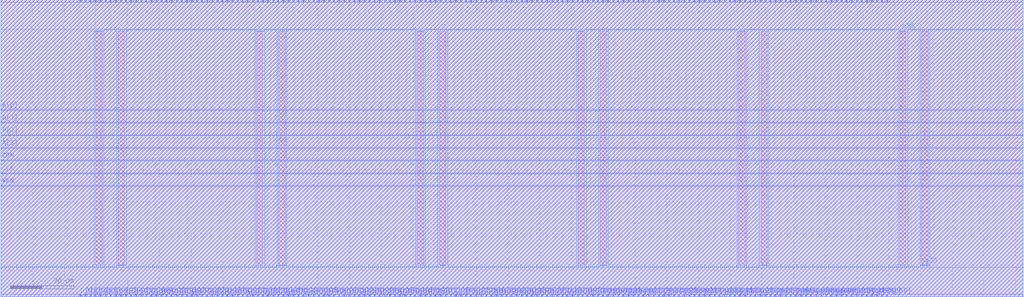
<source format=lef>
##
## LEF for PtnCells ;
## created by Innovus v15.23-s045_1 on Thu Mar 20 16:47:16 2025
##

VERSION 5.8 ;

BUSBITCHARS "[]" ;
DIVIDERCHAR "/" ;

MACRO sram_w16_160
  CLASS BLOCK ;
  SIZE 322.4000 BY 93.8000 ;
  FOREIGN sram_w16_160 0.0000 0.0000 ;
  ORIGIN 0 0 ;
  SYMMETRY X Y R90 ;
  PIN CLK
    DIRECTION INPUT ;
    USE SIGNAL ;
    PORT
      LAYER M3 ;
        RECT 0.0000 38.9500 0.6000 39.0500 ;
    END
  END CLK
  PIN D[159]
    DIRECTION INPUT ;
    USE SIGNAL ;
    PORT
      LAYER M3 ;
        RECT 279.4500 0.0000 279.5500 0.6000 ;
    END
  END D[159]
  PIN D[158]
    DIRECTION INPUT ;
    USE SIGNAL ;
    PORT
      LAYER M3 ;
        RECT 277.8500 0.0000 277.9500 0.6000 ;
    END
  END D[158]
  PIN D[157]
    DIRECTION INPUT ;
    USE SIGNAL ;
    PORT
      LAYER M3 ;
        RECT 276.2500 0.0000 276.3500 0.6000 ;
    END
  END D[157]
  PIN D[156]
    DIRECTION INPUT ;
    USE SIGNAL ;
    PORT
      LAYER M3 ;
        RECT 274.6500 0.0000 274.7500 0.6000 ;
    END
  END D[156]
  PIN D[155]
    DIRECTION INPUT ;
    USE SIGNAL ;
    PORT
      LAYER M3 ;
        RECT 273.0500 0.0000 273.1500 0.6000 ;
    END
  END D[155]
  PIN D[154]
    DIRECTION INPUT ;
    USE SIGNAL ;
    PORT
      LAYER M3 ;
        RECT 271.4500 0.0000 271.5500 0.6000 ;
    END
  END D[154]
  PIN D[153]
    DIRECTION INPUT ;
    USE SIGNAL ;
    PORT
      LAYER M3 ;
        RECT 269.8500 0.0000 269.9500 0.6000 ;
    END
  END D[153]
  PIN D[152]
    DIRECTION INPUT ;
    USE SIGNAL ;
    PORT
      LAYER M3 ;
        RECT 268.2500 0.0000 268.3500 0.6000 ;
    END
  END D[152]
  PIN D[151]
    DIRECTION INPUT ;
    USE SIGNAL ;
    PORT
      LAYER M3 ;
        RECT 266.6500 0.0000 266.7500 0.6000 ;
    END
  END D[151]
  PIN D[150]
    DIRECTION INPUT ;
    USE SIGNAL ;
    PORT
      LAYER M3 ;
        RECT 265.0500 0.0000 265.1500 0.6000 ;
    END
  END D[150]
  PIN D[149]
    DIRECTION INPUT ;
    USE SIGNAL ;
    PORT
      LAYER M3 ;
        RECT 263.4500 0.0000 263.5500 0.6000 ;
    END
  END D[149]
  PIN D[148]
    DIRECTION INPUT ;
    USE SIGNAL ;
    PORT
      LAYER M3 ;
        RECT 261.8500 0.0000 261.9500 0.6000 ;
    END
  END D[148]
  PIN D[147]
    DIRECTION INPUT ;
    USE SIGNAL ;
    PORT
      LAYER M3 ;
        RECT 260.2500 0.0000 260.3500 0.6000 ;
    END
  END D[147]
  PIN D[146]
    DIRECTION INPUT ;
    USE SIGNAL ;
    PORT
      LAYER M3 ;
        RECT 258.6500 0.0000 258.7500 0.6000 ;
    END
  END D[146]
  PIN D[145]
    DIRECTION INPUT ;
    USE SIGNAL ;
    PORT
      LAYER M3 ;
        RECT 257.0500 0.0000 257.1500 0.6000 ;
    END
  END D[145]
  PIN D[144]
    DIRECTION INPUT ;
    USE SIGNAL ;
    PORT
      LAYER M3 ;
        RECT 255.4500 0.0000 255.5500 0.6000 ;
    END
  END D[144]
  PIN D[143]
    DIRECTION INPUT ;
    USE SIGNAL ;
    PORT
      LAYER M3 ;
        RECT 253.8500 0.0000 253.9500 0.6000 ;
    END
  END D[143]
  PIN D[142]
    DIRECTION INPUT ;
    USE SIGNAL ;
    PORT
      LAYER M3 ;
        RECT 252.2500 0.0000 252.3500 0.6000 ;
    END
  END D[142]
  PIN D[141]
    DIRECTION INPUT ;
    USE SIGNAL ;
    PORT
      LAYER M3 ;
        RECT 250.6500 0.0000 250.7500 0.6000 ;
    END
  END D[141]
  PIN D[140]
    DIRECTION INPUT ;
    USE SIGNAL ;
    PORT
      LAYER M3 ;
        RECT 249.0500 0.0000 249.1500 0.6000 ;
    END
  END D[140]
  PIN D[139]
    DIRECTION INPUT ;
    USE SIGNAL ;
    PORT
      LAYER M3 ;
        RECT 247.4500 0.0000 247.5500 0.6000 ;
    END
  END D[139]
  PIN D[138]
    DIRECTION INPUT ;
    USE SIGNAL ;
    PORT
      LAYER M3 ;
        RECT 245.8500 0.0000 245.9500 0.6000 ;
    END
  END D[138]
  PIN D[137]
    DIRECTION INPUT ;
    USE SIGNAL ;
    PORT
      LAYER M3 ;
        RECT 244.2500 0.0000 244.3500 0.6000 ;
    END
  END D[137]
  PIN D[136]
    DIRECTION INPUT ;
    USE SIGNAL ;
    PORT
      LAYER M3 ;
        RECT 242.6500 0.0000 242.7500 0.6000 ;
    END
  END D[136]
  PIN D[135]
    DIRECTION INPUT ;
    USE SIGNAL ;
    PORT
      LAYER M3 ;
        RECT 241.0500 0.0000 241.1500 0.6000 ;
    END
  END D[135]
  PIN D[134]
    DIRECTION INPUT ;
    USE SIGNAL ;
    PORT
      LAYER M3 ;
        RECT 239.4500 0.0000 239.5500 0.6000 ;
    END
  END D[134]
  PIN D[133]
    DIRECTION INPUT ;
    USE SIGNAL ;
    PORT
      LAYER M3 ;
        RECT 237.8500 0.0000 237.9500 0.6000 ;
    END
  END D[133]
  PIN D[132]
    DIRECTION INPUT ;
    USE SIGNAL ;
    PORT
      LAYER M3 ;
        RECT 236.2500 0.0000 236.3500 0.6000 ;
    END
  END D[132]
  PIN D[131]
    DIRECTION INPUT ;
    USE SIGNAL ;
    PORT
      LAYER M3 ;
        RECT 234.6500 0.0000 234.7500 0.6000 ;
    END
  END D[131]
  PIN D[130]
    DIRECTION INPUT ;
    USE SIGNAL ;
    PORT
      LAYER M3 ;
        RECT 233.0500 0.0000 233.1500 0.6000 ;
    END
  END D[130]
  PIN D[129]
    DIRECTION INPUT ;
    USE SIGNAL ;
    PORT
      LAYER M3 ;
        RECT 231.4500 0.0000 231.5500 0.6000 ;
    END
  END D[129]
  PIN D[128]
    DIRECTION INPUT ;
    USE SIGNAL ;
    PORT
      LAYER M3 ;
        RECT 229.8500 0.0000 229.9500 0.6000 ;
    END
  END D[128]
  PIN D[127]
    DIRECTION INPUT ;
    USE SIGNAL ;
    PORT
      LAYER M3 ;
        RECT 228.2500 0.0000 228.3500 0.6000 ;
    END
  END D[127]
  PIN D[126]
    DIRECTION INPUT ;
    USE SIGNAL ;
    PORT
      LAYER M3 ;
        RECT 226.6500 0.0000 226.7500 0.6000 ;
    END
  END D[126]
  PIN D[125]
    DIRECTION INPUT ;
    USE SIGNAL ;
    PORT
      LAYER M3 ;
        RECT 225.0500 0.0000 225.1500 0.6000 ;
    END
  END D[125]
  PIN D[124]
    DIRECTION INPUT ;
    USE SIGNAL ;
    PORT
      LAYER M3 ;
        RECT 223.4500 0.0000 223.5500 0.6000 ;
    END
  END D[124]
  PIN D[123]
    DIRECTION INPUT ;
    USE SIGNAL ;
    PORT
      LAYER M3 ;
        RECT 221.8500 0.0000 221.9500 0.6000 ;
    END
  END D[123]
  PIN D[122]
    DIRECTION INPUT ;
    USE SIGNAL ;
    PORT
      LAYER M3 ;
        RECT 220.2500 0.0000 220.3500 0.6000 ;
    END
  END D[122]
  PIN D[121]
    DIRECTION INPUT ;
    USE SIGNAL ;
    PORT
      LAYER M3 ;
        RECT 218.6500 0.0000 218.7500 0.6000 ;
    END
  END D[121]
  PIN D[120]
    DIRECTION INPUT ;
    USE SIGNAL ;
    PORT
      LAYER M3 ;
        RECT 217.0500 0.0000 217.1500 0.6000 ;
    END
  END D[120]
  PIN D[119]
    DIRECTION INPUT ;
    USE SIGNAL ;
    PORT
      LAYER M3 ;
        RECT 215.4500 0.0000 215.5500 0.6000 ;
    END
  END D[119]
  PIN D[118]
    DIRECTION INPUT ;
    USE SIGNAL ;
    PORT
      LAYER M3 ;
        RECT 213.8500 0.0000 213.9500 0.6000 ;
    END
  END D[118]
  PIN D[117]
    DIRECTION INPUT ;
    USE SIGNAL ;
    PORT
      LAYER M3 ;
        RECT 212.2500 0.0000 212.3500 0.6000 ;
    END
  END D[117]
  PIN D[116]
    DIRECTION INPUT ;
    USE SIGNAL ;
    PORT
      LAYER M3 ;
        RECT 210.6500 0.0000 210.7500 0.6000 ;
    END
  END D[116]
  PIN D[115]
    DIRECTION INPUT ;
    USE SIGNAL ;
    PORT
      LAYER M3 ;
        RECT 209.0500 0.0000 209.1500 0.6000 ;
    END
  END D[115]
  PIN D[114]
    DIRECTION INPUT ;
    USE SIGNAL ;
    PORT
      LAYER M3 ;
        RECT 207.4500 0.0000 207.5500 0.6000 ;
    END
  END D[114]
  PIN D[113]
    DIRECTION INPUT ;
    USE SIGNAL ;
    PORT
      LAYER M3 ;
        RECT 205.8500 0.0000 205.9500 0.6000 ;
    END
  END D[113]
  PIN D[112]
    DIRECTION INPUT ;
    USE SIGNAL ;
    PORT
      LAYER M3 ;
        RECT 204.2500 0.0000 204.3500 0.6000 ;
    END
  END D[112]
  PIN D[111]
    DIRECTION INPUT ;
    USE SIGNAL ;
    PORT
      LAYER M3 ;
        RECT 202.6500 0.0000 202.7500 0.6000 ;
    END
  END D[111]
  PIN D[110]
    DIRECTION INPUT ;
    USE SIGNAL ;
    PORT
      LAYER M3 ;
        RECT 201.0500 0.0000 201.1500 0.6000 ;
    END
  END D[110]
  PIN D[109]
    DIRECTION INPUT ;
    USE SIGNAL ;
    PORT
      LAYER M3 ;
        RECT 199.4500 0.0000 199.5500 0.6000 ;
    END
  END D[109]
  PIN D[108]
    DIRECTION INPUT ;
    USE SIGNAL ;
    PORT
      LAYER M3 ;
        RECT 197.8500 0.0000 197.9500 0.6000 ;
    END
  END D[108]
  PIN D[107]
    DIRECTION INPUT ;
    USE SIGNAL ;
    PORT
      LAYER M3 ;
        RECT 196.2500 0.0000 196.3500 0.6000 ;
    END
  END D[107]
  PIN D[106]
    DIRECTION INPUT ;
    USE SIGNAL ;
    PORT
      LAYER M3 ;
        RECT 194.6500 0.0000 194.7500 0.6000 ;
    END
  END D[106]
  PIN D[105]
    DIRECTION INPUT ;
    USE SIGNAL ;
    PORT
      LAYER M3 ;
        RECT 193.0500 0.0000 193.1500 0.6000 ;
    END
  END D[105]
  PIN D[104]
    DIRECTION INPUT ;
    USE SIGNAL ;
    PORT
      LAYER M3 ;
        RECT 191.4500 0.0000 191.5500 0.6000 ;
    END
  END D[104]
  PIN D[103]
    DIRECTION INPUT ;
    USE SIGNAL ;
    PORT
      LAYER M3 ;
        RECT 189.8500 0.0000 189.9500 0.6000 ;
    END
  END D[103]
  PIN D[102]
    DIRECTION INPUT ;
    USE SIGNAL ;
    PORT
      LAYER M3 ;
        RECT 188.2500 0.0000 188.3500 0.6000 ;
    END
  END D[102]
  PIN D[101]
    DIRECTION INPUT ;
    USE SIGNAL ;
    PORT
      LAYER M3 ;
        RECT 186.6500 0.0000 186.7500 0.6000 ;
    END
  END D[101]
  PIN D[100]
    DIRECTION INPUT ;
    USE SIGNAL ;
    PORT
      LAYER M3 ;
        RECT 185.0500 0.0000 185.1500 0.6000 ;
    END
  END D[100]
  PIN D[99]
    DIRECTION INPUT ;
    USE SIGNAL ;
    PORT
      LAYER M3 ;
        RECT 183.4500 0.0000 183.5500 0.6000 ;
    END
  END D[99]
  PIN D[98]
    DIRECTION INPUT ;
    USE SIGNAL ;
    PORT
      LAYER M3 ;
        RECT 181.8500 0.0000 181.9500 0.6000 ;
    END
  END D[98]
  PIN D[97]
    DIRECTION INPUT ;
    USE SIGNAL ;
    PORT
      LAYER M3 ;
        RECT 180.2500 0.0000 180.3500 0.6000 ;
    END
  END D[97]
  PIN D[96]
    DIRECTION INPUT ;
    USE SIGNAL ;
    PORT
      LAYER M3 ;
        RECT 178.6500 0.0000 178.7500 0.6000 ;
    END
  END D[96]
  PIN D[95]
    DIRECTION INPUT ;
    USE SIGNAL ;
    PORT
      LAYER M3 ;
        RECT 177.0500 0.0000 177.1500 0.6000 ;
    END
  END D[95]
  PIN D[94]
    DIRECTION INPUT ;
    USE SIGNAL ;
    PORT
      LAYER M3 ;
        RECT 175.4500 0.0000 175.5500 0.6000 ;
    END
  END D[94]
  PIN D[93]
    DIRECTION INPUT ;
    USE SIGNAL ;
    PORT
      LAYER M3 ;
        RECT 173.8500 0.0000 173.9500 0.6000 ;
    END
  END D[93]
  PIN D[92]
    DIRECTION INPUT ;
    USE SIGNAL ;
    PORT
      LAYER M3 ;
        RECT 172.2500 0.0000 172.3500 0.6000 ;
    END
  END D[92]
  PIN D[91]
    DIRECTION INPUT ;
    USE SIGNAL ;
    PORT
      LAYER M3 ;
        RECT 170.6500 0.0000 170.7500 0.6000 ;
    END
  END D[91]
  PIN D[90]
    DIRECTION INPUT ;
    USE SIGNAL ;
    PORT
      LAYER M3 ;
        RECT 169.0500 0.0000 169.1500 0.6000 ;
    END
  END D[90]
  PIN D[89]
    DIRECTION INPUT ;
    USE SIGNAL ;
    PORT
      LAYER M3 ;
        RECT 167.4500 0.0000 167.5500 0.6000 ;
    END
  END D[89]
  PIN D[88]
    DIRECTION INPUT ;
    USE SIGNAL ;
    PORT
      LAYER M3 ;
        RECT 165.8500 0.0000 165.9500 0.6000 ;
    END
  END D[88]
  PIN D[87]
    DIRECTION INPUT ;
    USE SIGNAL ;
    PORT
      LAYER M3 ;
        RECT 164.2500 0.0000 164.3500 0.6000 ;
    END
  END D[87]
  PIN D[86]
    DIRECTION INPUT ;
    USE SIGNAL ;
    PORT
      LAYER M3 ;
        RECT 162.6500 0.0000 162.7500 0.6000 ;
    END
  END D[86]
  PIN D[85]
    DIRECTION INPUT ;
    USE SIGNAL ;
    PORT
      LAYER M3 ;
        RECT 161.0500 0.0000 161.1500 0.6000 ;
    END
  END D[85]
  PIN D[84]
    DIRECTION INPUT ;
    USE SIGNAL ;
    PORT
      LAYER M3 ;
        RECT 159.4500 0.0000 159.5500 0.6000 ;
    END
  END D[84]
  PIN D[83]
    DIRECTION INPUT ;
    USE SIGNAL ;
    PORT
      LAYER M3 ;
        RECT 157.8500 0.0000 157.9500 0.6000 ;
    END
  END D[83]
  PIN D[82]
    DIRECTION INPUT ;
    USE SIGNAL ;
    PORT
      LAYER M3 ;
        RECT 156.2500 0.0000 156.3500 0.6000 ;
    END
  END D[82]
  PIN D[81]
    DIRECTION INPUT ;
    USE SIGNAL ;
    PORT
      LAYER M3 ;
        RECT 154.6500 0.0000 154.7500 0.6000 ;
    END
  END D[81]
  PIN D[80]
    DIRECTION INPUT ;
    USE SIGNAL ;
    PORT
      LAYER M3 ;
        RECT 153.0500 0.0000 153.1500 0.6000 ;
    END
  END D[80]
  PIN D[79]
    DIRECTION INPUT ;
    USE SIGNAL ;
    PORT
      LAYER M3 ;
        RECT 151.4500 0.0000 151.5500 0.6000 ;
    END
  END D[79]
  PIN D[78]
    DIRECTION INPUT ;
    USE SIGNAL ;
    PORT
      LAYER M3 ;
        RECT 149.8500 0.0000 149.9500 0.6000 ;
    END
  END D[78]
  PIN D[77]
    DIRECTION INPUT ;
    USE SIGNAL ;
    PORT
      LAYER M3 ;
        RECT 148.2500 0.0000 148.3500 0.6000 ;
    END
  END D[77]
  PIN D[76]
    DIRECTION INPUT ;
    USE SIGNAL ;
    PORT
      LAYER M3 ;
        RECT 146.6500 0.0000 146.7500 0.6000 ;
    END
  END D[76]
  PIN D[75]
    DIRECTION INPUT ;
    USE SIGNAL ;
    PORT
      LAYER M3 ;
        RECT 145.0500 0.0000 145.1500 0.6000 ;
    END
  END D[75]
  PIN D[74]
    DIRECTION INPUT ;
    USE SIGNAL ;
    PORT
      LAYER M3 ;
        RECT 143.4500 0.0000 143.5500 0.6000 ;
    END
  END D[74]
  PIN D[73]
    DIRECTION INPUT ;
    USE SIGNAL ;
    PORT
      LAYER M3 ;
        RECT 141.8500 0.0000 141.9500 0.6000 ;
    END
  END D[73]
  PIN D[72]
    DIRECTION INPUT ;
    USE SIGNAL ;
    PORT
      LAYER M3 ;
        RECT 140.2500 0.0000 140.3500 0.6000 ;
    END
  END D[72]
  PIN D[71]
    DIRECTION INPUT ;
    USE SIGNAL ;
    PORT
      LAYER M3 ;
        RECT 138.6500 0.0000 138.7500 0.6000 ;
    END
  END D[71]
  PIN D[70]
    DIRECTION INPUT ;
    USE SIGNAL ;
    PORT
      LAYER M3 ;
        RECT 137.0500 0.0000 137.1500 0.6000 ;
    END
  END D[70]
  PIN D[69]
    DIRECTION INPUT ;
    USE SIGNAL ;
    PORT
      LAYER M3 ;
        RECT 135.4500 0.0000 135.5500 0.6000 ;
    END
  END D[69]
  PIN D[68]
    DIRECTION INPUT ;
    USE SIGNAL ;
    PORT
      LAYER M3 ;
        RECT 133.8500 0.0000 133.9500 0.6000 ;
    END
  END D[68]
  PIN D[67]
    DIRECTION INPUT ;
    USE SIGNAL ;
    PORT
      LAYER M3 ;
        RECT 132.2500 0.0000 132.3500 0.6000 ;
    END
  END D[67]
  PIN D[66]
    DIRECTION INPUT ;
    USE SIGNAL ;
    PORT
      LAYER M3 ;
        RECT 130.6500 0.0000 130.7500 0.6000 ;
    END
  END D[66]
  PIN D[65]
    DIRECTION INPUT ;
    USE SIGNAL ;
    PORT
      LAYER M3 ;
        RECT 129.0500 0.0000 129.1500 0.6000 ;
    END
  END D[65]
  PIN D[64]
    DIRECTION INPUT ;
    USE SIGNAL ;
    PORT
      LAYER M3 ;
        RECT 127.4500 0.0000 127.5500 0.6000 ;
    END
  END D[64]
  PIN D[63]
    DIRECTION INPUT ;
    USE SIGNAL ;
    PORT
      LAYER M3 ;
        RECT 125.8500 0.0000 125.9500 0.6000 ;
    END
  END D[63]
  PIN D[62]
    DIRECTION INPUT ;
    USE SIGNAL ;
    PORT
      LAYER M3 ;
        RECT 124.2500 0.0000 124.3500 0.6000 ;
    END
  END D[62]
  PIN D[61]
    DIRECTION INPUT ;
    USE SIGNAL ;
    PORT
      LAYER M3 ;
        RECT 122.6500 0.0000 122.7500 0.6000 ;
    END
  END D[61]
  PIN D[60]
    DIRECTION INPUT ;
    USE SIGNAL ;
    PORT
      LAYER M3 ;
        RECT 121.0500 0.0000 121.1500 0.6000 ;
    END
  END D[60]
  PIN D[59]
    DIRECTION INPUT ;
    USE SIGNAL ;
    PORT
      LAYER M3 ;
        RECT 119.4500 0.0000 119.5500 0.6000 ;
    END
  END D[59]
  PIN D[58]
    DIRECTION INPUT ;
    USE SIGNAL ;
    PORT
      LAYER M3 ;
        RECT 117.8500 0.0000 117.9500 0.6000 ;
    END
  END D[58]
  PIN D[57]
    DIRECTION INPUT ;
    USE SIGNAL ;
    PORT
      LAYER M3 ;
        RECT 116.2500 0.0000 116.3500 0.6000 ;
    END
  END D[57]
  PIN D[56]
    DIRECTION INPUT ;
    USE SIGNAL ;
    PORT
      LAYER M3 ;
        RECT 114.6500 0.0000 114.7500 0.6000 ;
    END
  END D[56]
  PIN D[55]
    DIRECTION INPUT ;
    USE SIGNAL ;
    PORT
      LAYER M3 ;
        RECT 113.0500 0.0000 113.1500 0.6000 ;
    END
  END D[55]
  PIN D[54]
    DIRECTION INPUT ;
    USE SIGNAL ;
    PORT
      LAYER M3 ;
        RECT 111.4500 0.0000 111.5500 0.6000 ;
    END
  END D[54]
  PIN D[53]
    DIRECTION INPUT ;
    USE SIGNAL ;
    PORT
      LAYER M3 ;
        RECT 109.8500 0.0000 109.9500 0.6000 ;
    END
  END D[53]
  PIN D[52]
    DIRECTION INPUT ;
    USE SIGNAL ;
    PORT
      LAYER M3 ;
        RECT 108.2500 0.0000 108.3500 0.6000 ;
    END
  END D[52]
  PIN D[51]
    DIRECTION INPUT ;
    USE SIGNAL ;
    PORT
      LAYER M3 ;
        RECT 106.6500 0.0000 106.7500 0.6000 ;
    END
  END D[51]
  PIN D[50]
    DIRECTION INPUT ;
    USE SIGNAL ;
    PORT
      LAYER M3 ;
        RECT 105.0500 0.0000 105.1500 0.6000 ;
    END
  END D[50]
  PIN D[49]
    DIRECTION INPUT ;
    USE SIGNAL ;
    PORT
      LAYER M3 ;
        RECT 103.4500 0.0000 103.5500 0.6000 ;
    END
  END D[49]
  PIN D[48]
    DIRECTION INPUT ;
    USE SIGNAL ;
    PORT
      LAYER M3 ;
        RECT 101.8500 0.0000 101.9500 0.6000 ;
    END
  END D[48]
  PIN D[47]
    DIRECTION INPUT ;
    USE SIGNAL ;
    PORT
      LAYER M3 ;
        RECT 100.2500 0.0000 100.3500 0.6000 ;
    END
  END D[47]
  PIN D[46]
    DIRECTION INPUT ;
    USE SIGNAL ;
    PORT
      LAYER M3 ;
        RECT 98.6500 0.0000 98.7500 0.6000 ;
    END
  END D[46]
  PIN D[45]
    DIRECTION INPUT ;
    USE SIGNAL ;
    PORT
      LAYER M3 ;
        RECT 97.0500 0.0000 97.1500 0.6000 ;
    END
  END D[45]
  PIN D[44]
    DIRECTION INPUT ;
    USE SIGNAL ;
    PORT
      LAYER M3 ;
        RECT 95.4500 0.0000 95.5500 0.6000 ;
    END
  END D[44]
  PIN D[43]
    DIRECTION INPUT ;
    USE SIGNAL ;
    PORT
      LAYER M3 ;
        RECT 93.8500 0.0000 93.9500 0.6000 ;
    END
  END D[43]
  PIN D[42]
    DIRECTION INPUT ;
    USE SIGNAL ;
    PORT
      LAYER M3 ;
        RECT 92.2500 0.0000 92.3500 0.6000 ;
    END
  END D[42]
  PIN D[41]
    DIRECTION INPUT ;
    USE SIGNAL ;
    PORT
      LAYER M3 ;
        RECT 90.6500 0.0000 90.7500 0.6000 ;
    END
  END D[41]
  PIN D[40]
    DIRECTION INPUT ;
    USE SIGNAL ;
    PORT
      LAYER M3 ;
        RECT 89.0500 0.0000 89.1500 0.6000 ;
    END
  END D[40]
  PIN D[39]
    DIRECTION INPUT ;
    USE SIGNAL ;
    PORT
      LAYER M3 ;
        RECT 87.4500 0.0000 87.5500 0.6000 ;
    END
  END D[39]
  PIN D[38]
    DIRECTION INPUT ;
    USE SIGNAL ;
    PORT
      LAYER M3 ;
        RECT 85.8500 0.0000 85.9500 0.6000 ;
    END
  END D[38]
  PIN D[37]
    DIRECTION INPUT ;
    USE SIGNAL ;
    PORT
      LAYER M3 ;
        RECT 84.2500 0.0000 84.3500 0.6000 ;
    END
  END D[37]
  PIN D[36]
    DIRECTION INPUT ;
    USE SIGNAL ;
    PORT
      LAYER M3 ;
        RECT 82.6500 0.0000 82.7500 0.6000 ;
    END
  END D[36]
  PIN D[35]
    DIRECTION INPUT ;
    USE SIGNAL ;
    PORT
      LAYER M3 ;
        RECT 81.0500 0.0000 81.1500 0.6000 ;
    END
  END D[35]
  PIN D[34]
    DIRECTION INPUT ;
    USE SIGNAL ;
    PORT
      LAYER M3 ;
        RECT 79.4500 0.0000 79.5500 0.6000 ;
    END
  END D[34]
  PIN D[33]
    DIRECTION INPUT ;
    USE SIGNAL ;
    PORT
      LAYER M3 ;
        RECT 77.8500 0.0000 77.9500 0.6000 ;
    END
  END D[33]
  PIN D[32]
    DIRECTION INPUT ;
    USE SIGNAL ;
    PORT
      LAYER M3 ;
        RECT 76.2500 0.0000 76.3500 0.6000 ;
    END
  END D[32]
  PIN D[31]
    DIRECTION INPUT ;
    USE SIGNAL ;
    PORT
      LAYER M3 ;
        RECT 74.6500 0.0000 74.7500 0.6000 ;
    END
  END D[31]
  PIN D[30]
    DIRECTION INPUT ;
    USE SIGNAL ;
    PORT
      LAYER M3 ;
        RECT 73.0500 0.0000 73.1500 0.6000 ;
    END
  END D[30]
  PIN D[29]
    DIRECTION INPUT ;
    USE SIGNAL ;
    PORT
      LAYER M3 ;
        RECT 71.4500 0.0000 71.5500 0.6000 ;
    END
  END D[29]
  PIN D[28]
    DIRECTION INPUT ;
    USE SIGNAL ;
    PORT
      LAYER M3 ;
        RECT 69.8500 0.0000 69.9500 0.6000 ;
    END
  END D[28]
  PIN D[27]
    DIRECTION INPUT ;
    USE SIGNAL ;
    PORT
      LAYER M3 ;
        RECT 68.2500 0.0000 68.3500 0.6000 ;
    END
  END D[27]
  PIN D[26]
    DIRECTION INPUT ;
    USE SIGNAL ;
    PORT
      LAYER M3 ;
        RECT 66.6500 0.0000 66.7500 0.6000 ;
    END
  END D[26]
  PIN D[25]
    DIRECTION INPUT ;
    USE SIGNAL ;
    PORT
      LAYER M3 ;
        RECT 65.0500 0.0000 65.1500 0.6000 ;
    END
  END D[25]
  PIN D[24]
    DIRECTION INPUT ;
    USE SIGNAL ;
    PORT
      LAYER M3 ;
        RECT 63.4500 0.0000 63.5500 0.6000 ;
    END
  END D[24]
  PIN D[23]
    DIRECTION INPUT ;
    USE SIGNAL ;
    PORT
      LAYER M3 ;
        RECT 61.8500 0.0000 61.9500 0.6000 ;
    END
  END D[23]
  PIN D[22]
    DIRECTION INPUT ;
    USE SIGNAL ;
    PORT
      LAYER M3 ;
        RECT 60.2500 0.0000 60.3500 0.6000 ;
    END
  END D[22]
  PIN D[21]
    DIRECTION INPUT ;
    USE SIGNAL ;
    PORT
      LAYER M3 ;
        RECT 58.6500 0.0000 58.7500 0.6000 ;
    END
  END D[21]
  PIN D[20]
    DIRECTION INPUT ;
    USE SIGNAL ;
    PORT
      LAYER M3 ;
        RECT 57.0500 0.0000 57.1500 0.6000 ;
    END
  END D[20]
  PIN D[19]
    DIRECTION INPUT ;
    USE SIGNAL ;
    PORT
      LAYER M3 ;
        RECT 55.4500 0.0000 55.5500 0.6000 ;
    END
  END D[19]
  PIN D[18]
    DIRECTION INPUT ;
    USE SIGNAL ;
    PORT
      LAYER M3 ;
        RECT 53.8500 0.0000 53.9500 0.6000 ;
    END
  END D[18]
  PIN D[17]
    DIRECTION INPUT ;
    USE SIGNAL ;
    PORT
      LAYER M3 ;
        RECT 52.2500 0.0000 52.3500 0.6000 ;
    END
  END D[17]
  PIN D[16]
    DIRECTION INPUT ;
    USE SIGNAL ;
    PORT
      LAYER M3 ;
        RECT 50.6500 0.0000 50.7500 0.6000 ;
    END
  END D[16]
  PIN D[15]
    DIRECTION INPUT ;
    USE SIGNAL ;
    PORT
      LAYER M3 ;
        RECT 49.0500 0.0000 49.1500 0.6000 ;
    END
  END D[15]
  PIN D[14]
    DIRECTION INPUT ;
    USE SIGNAL ;
    PORT
      LAYER M3 ;
        RECT 47.4500 0.0000 47.5500 0.6000 ;
    END
  END D[14]
  PIN D[13]
    DIRECTION INPUT ;
    USE SIGNAL ;
    PORT
      LAYER M3 ;
        RECT 45.8500 0.0000 45.9500 0.6000 ;
    END
  END D[13]
  PIN D[12]
    DIRECTION INPUT ;
    USE SIGNAL ;
    PORT
      LAYER M3 ;
        RECT 44.2500 0.0000 44.3500 0.6000 ;
    END
  END D[12]
  PIN D[11]
    DIRECTION INPUT ;
    USE SIGNAL ;
    PORT
      LAYER M3 ;
        RECT 42.6500 0.0000 42.7500 0.6000 ;
    END
  END D[11]
  PIN D[10]
    DIRECTION INPUT ;
    USE SIGNAL ;
    PORT
      LAYER M3 ;
        RECT 41.0500 0.0000 41.1500 0.6000 ;
    END
  END D[10]
  PIN D[9]
    DIRECTION INPUT ;
    USE SIGNAL ;
    PORT
      LAYER M3 ;
        RECT 39.4500 0.0000 39.5500 0.6000 ;
    END
  END D[9]
  PIN D[8]
    DIRECTION INPUT ;
    USE SIGNAL ;
    PORT
      LAYER M3 ;
        RECT 37.8500 0.0000 37.9500 0.6000 ;
    END
  END D[8]
  PIN D[7]
    DIRECTION INPUT ;
    USE SIGNAL ;
    PORT
      LAYER M3 ;
        RECT 36.2500 0.0000 36.3500 0.6000 ;
    END
  END D[7]
  PIN D[6]
    DIRECTION INPUT ;
    USE SIGNAL ;
    PORT
      LAYER M3 ;
        RECT 34.6500 0.0000 34.7500 0.6000 ;
    END
  END D[6]
  PIN D[5]
    DIRECTION INPUT ;
    USE SIGNAL ;
    PORT
      LAYER M3 ;
        RECT 33.0500 0.0000 33.1500 0.6000 ;
    END
  END D[5]
  PIN D[4]
    DIRECTION INPUT ;
    USE SIGNAL ;
    PORT
      LAYER M3 ;
        RECT 31.4500 0.0000 31.5500 0.6000 ;
    END
  END D[4]
  PIN D[3]
    DIRECTION INPUT ;
    USE SIGNAL ;
    PORT
      LAYER M3 ;
        RECT 29.8500 0.0000 29.9500 0.6000 ;
    END
  END D[3]
  PIN D[2]
    DIRECTION INPUT ;
    USE SIGNAL ;
    PORT
      LAYER M3 ;
        RECT 28.2500 0.0000 28.3500 0.6000 ;
    END
  END D[2]
  PIN D[1]
    DIRECTION INPUT ;
    USE SIGNAL ;
    PORT
      LAYER M3 ;
        RECT 26.6500 0.0000 26.7500 0.6000 ;
    END
  END D[1]
  PIN D[0]
    DIRECTION INPUT ;
    USE SIGNAL ;
    PORT
      LAYER M3 ;
        RECT 25.0500 0.0000 25.1500 0.6000 ;
    END
  END D[0]
  PIN Q[159]
    DIRECTION OUTPUT ;
    USE SIGNAL ;
    PORT
      LAYER M3 ;
        RECT 279.4500 93.2000 279.5500 93.8000 ;
    END
  END Q[159]
  PIN Q[158]
    DIRECTION OUTPUT ;
    USE SIGNAL ;
    PORT
      LAYER M3 ;
        RECT 277.8500 93.2000 277.9500 93.8000 ;
    END
  END Q[158]
  PIN Q[157]
    DIRECTION OUTPUT ;
    USE SIGNAL ;
    PORT
      LAYER M3 ;
        RECT 276.2500 93.2000 276.3500 93.8000 ;
    END
  END Q[157]
  PIN Q[156]
    DIRECTION OUTPUT ;
    USE SIGNAL ;
    PORT
      LAYER M3 ;
        RECT 274.6500 93.2000 274.7500 93.8000 ;
    END
  END Q[156]
  PIN Q[155]
    DIRECTION OUTPUT ;
    USE SIGNAL ;
    PORT
      LAYER M3 ;
        RECT 273.0500 93.2000 273.1500 93.8000 ;
    END
  END Q[155]
  PIN Q[154]
    DIRECTION OUTPUT ;
    USE SIGNAL ;
    PORT
      LAYER M3 ;
        RECT 271.4500 93.2000 271.5500 93.8000 ;
    END
  END Q[154]
  PIN Q[153]
    DIRECTION OUTPUT ;
    USE SIGNAL ;
    PORT
      LAYER M3 ;
        RECT 269.8500 93.2000 269.9500 93.8000 ;
    END
  END Q[153]
  PIN Q[152]
    DIRECTION OUTPUT ;
    USE SIGNAL ;
    PORT
      LAYER M3 ;
        RECT 268.2500 93.2000 268.3500 93.8000 ;
    END
  END Q[152]
  PIN Q[151]
    DIRECTION OUTPUT ;
    USE SIGNAL ;
    PORT
      LAYER M3 ;
        RECT 266.6500 93.2000 266.7500 93.8000 ;
    END
  END Q[151]
  PIN Q[150]
    DIRECTION OUTPUT ;
    USE SIGNAL ;
    PORT
      LAYER M3 ;
        RECT 265.0500 93.2000 265.1500 93.8000 ;
    END
  END Q[150]
  PIN Q[149]
    DIRECTION OUTPUT ;
    USE SIGNAL ;
    PORT
      LAYER M3 ;
        RECT 263.4500 93.2000 263.5500 93.8000 ;
    END
  END Q[149]
  PIN Q[148]
    DIRECTION OUTPUT ;
    USE SIGNAL ;
    PORT
      LAYER M3 ;
        RECT 261.8500 93.2000 261.9500 93.8000 ;
    END
  END Q[148]
  PIN Q[147]
    DIRECTION OUTPUT ;
    USE SIGNAL ;
    PORT
      LAYER M3 ;
        RECT 260.2500 93.2000 260.3500 93.8000 ;
    END
  END Q[147]
  PIN Q[146]
    DIRECTION OUTPUT ;
    USE SIGNAL ;
    PORT
      LAYER M3 ;
        RECT 258.6500 93.2000 258.7500 93.8000 ;
    END
  END Q[146]
  PIN Q[145]
    DIRECTION OUTPUT ;
    USE SIGNAL ;
    PORT
      LAYER M3 ;
        RECT 257.0500 93.2000 257.1500 93.8000 ;
    END
  END Q[145]
  PIN Q[144]
    DIRECTION OUTPUT ;
    USE SIGNAL ;
    PORT
      LAYER M3 ;
        RECT 255.4500 93.2000 255.5500 93.8000 ;
    END
  END Q[144]
  PIN Q[143]
    DIRECTION OUTPUT ;
    USE SIGNAL ;
    PORT
      LAYER M3 ;
        RECT 253.8500 93.2000 253.9500 93.8000 ;
    END
  END Q[143]
  PIN Q[142]
    DIRECTION OUTPUT ;
    USE SIGNAL ;
    PORT
      LAYER M3 ;
        RECT 252.2500 93.2000 252.3500 93.8000 ;
    END
  END Q[142]
  PIN Q[141]
    DIRECTION OUTPUT ;
    USE SIGNAL ;
    PORT
      LAYER M3 ;
        RECT 250.6500 93.2000 250.7500 93.8000 ;
    END
  END Q[141]
  PIN Q[140]
    DIRECTION OUTPUT ;
    USE SIGNAL ;
    PORT
      LAYER M3 ;
        RECT 249.0500 93.2000 249.1500 93.8000 ;
    END
  END Q[140]
  PIN Q[139]
    DIRECTION OUTPUT ;
    USE SIGNAL ;
    PORT
      LAYER M3 ;
        RECT 247.4500 93.2000 247.5500 93.8000 ;
    END
  END Q[139]
  PIN Q[138]
    DIRECTION OUTPUT ;
    USE SIGNAL ;
    PORT
      LAYER M3 ;
        RECT 245.8500 93.2000 245.9500 93.8000 ;
    END
  END Q[138]
  PIN Q[137]
    DIRECTION OUTPUT ;
    USE SIGNAL ;
    PORT
      LAYER M3 ;
        RECT 244.2500 93.2000 244.3500 93.8000 ;
    END
  END Q[137]
  PIN Q[136]
    DIRECTION OUTPUT ;
    USE SIGNAL ;
    PORT
      LAYER M3 ;
        RECT 242.6500 93.2000 242.7500 93.8000 ;
    END
  END Q[136]
  PIN Q[135]
    DIRECTION OUTPUT ;
    USE SIGNAL ;
    PORT
      LAYER M3 ;
        RECT 241.0500 93.2000 241.1500 93.8000 ;
    END
  END Q[135]
  PIN Q[134]
    DIRECTION OUTPUT ;
    USE SIGNAL ;
    PORT
      LAYER M3 ;
        RECT 239.4500 93.2000 239.5500 93.8000 ;
    END
  END Q[134]
  PIN Q[133]
    DIRECTION OUTPUT ;
    USE SIGNAL ;
    PORT
      LAYER M3 ;
        RECT 237.8500 93.2000 237.9500 93.8000 ;
    END
  END Q[133]
  PIN Q[132]
    DIRECTION OUTPUT ;
    USE SIGNAL ;
    PORT
      LAYER M3 ;
        RECT 236.2500 93.2000 236.3500 93.8000 ;
    END
  END Q[132]
  PIN Q[131]
    DIRECTION OUTPUT ;
    USE SIGNAL ;
    PORT
      LAYER M3 ;
        RECT 234.6500 93.2000 234.7500 93.8000 ;
    END
  END Q[131]
  PIN Q[130]
    DIRECTION OUTPUT ;
    USE SIGNAL ;
    PORT
      LAYER M3 ;
        RECT 233.0500 93.2000 233.1500 93.8000 ;
    END
  END Q[130]
  PIN Q[129]
    DIRECTION OUTPUT ;
    USE SIGNAL ;
    PORT
      LAYER M3 ;
        RECT 231.4500 93.2000 231.5500 93.8000 ;
    END
  END Q[129]
  PIN Q[128]
    DIRECTION OUTPUT ;
    USE SIGNAL ;
    PORT
      LAYER M3 ;
        RECT 229.8500 93.2000 229.9500 93.8000 ;
    END
  END Q[128]
  PIN Q[127]
    DIRECTION OUTPUT ;
    USE SIGNAL ;
    PORT
      LAYER M3 ;
        RECT 228.2500 93.2000 228.3500 93.8000 ;
    END
  END Q[127]
  PIN Q[126]
    DIRECTION OUTPUT ;
    USE SIGNAL ;
    PORT
      LAYER M3 ;
        RECT 226.6500 93.2000 226.7500 93.8000 ;
    END
  END Q[126]
  PIN Q[125]
    DIRECTION OUTPUT ;
    USE SIGNAL ;
    PORT
      LAYER M3 ;
        RECT 225.0500 93.2000 225.1500 93.8000 ;
    END
  END Q[125]
  PIN Q[124]
    DIRECTION OUTPUT ;
    USE SIGNAL ;
    PORT
      LAYER M3 ;
        RECT 223.4500 93.2000 223.5500 93.8000 ;
    END
  END Q[124]
  PIN Q[123]
    DIRECTION OUTPUT ;
    USE SIGNAL ;
    PORT
      LAYER M3 ;
        RECT 221.8500 93.2000 221.9500 93.8000 ;
    END
  END Q[123]
  PIN Q[122]
    DIRECTION OUTPUT ;
    USE SIGNAL ;
    PORT
      LAYER M3 ;
        RECT 220.2500 93.2000 220.3500 93.8000 ;
    END
  END Q[122]
  PIN Q[121]
    DIRECTION OUTPUT ;
    USE SIGNAL ;
    PORT
      LAYER M3 ;
        RECT 218.6500 93.2000 218.7500 93.8000 ;
    END
  END Q[121]
  PIN Q[120]
    DIRECTION OUTPUT ;
    USE SIGNAL ;
    PORT
      LAYER M3 ;
        RECT 217.0500 93.2000 217.1500 93.8000 ;
    END
  END Q[120]
  PIN Q[119]
    DIRECTION OUTPUT ;
    USE SIGNAL ;
    PORT
      LAYER M3 ;
        RECT 215.4500 93.2000 215.5500 93.8000 ;
    END
  END Q[119]
  PIN Q[118]
    DIRECTION OUTPUT ;
    USE SIGNAL ;
    PORT
      LAYER M3 ;
        RECT 213.8500 93.2000 213.9500 93.8000 ;
    END
  END Q[118]
  PIN Q[117]
    DIRECTION OUTPUT ;
    USE SIGNAL ;
    PORT
      LAYER M3 ;
        RECT 212.2500 93.2000 212.3500 93.8000 ;
    END
  END Q[117]
  PIN Q[116]
    DIRECTION OUTPUT ;
    USE SIGNAL ;
    PORT
      LAYER M3 ;
        RECT 210.6500 93.2000 210.7500 93.8000 ;
    END
  END Q[116]
  PIN Q[115]
    DIRECTION OUTPUT ;
    USE SIGNAL ;
    PORT
      LAYER M3 ;
        RECT 209.0500 93.2000 209.1500 93.8000 ;
    END
  END Q[115]
  PIN Q[114]
    DIRECTION OUTPUT ;
    USE SIGNAL ;
    PORT
      LAYER M3 ;
        RECT 207.4500 93.2000 207.5500 93.8000 ;
    END
  END Q[114]
  PIN Q[113]
    DIRECTION OUTPUT ;
    USE SIGNAL ;
    PORT
      LAYER M3 ;
        RECT 205.8500 93.2000 205.9500 93.8000 ;
    END
  END Q[113]
  PIN Q[112]
    DIRECTION OUTPUT ;
    USE SIGNAL ;
    PORT
      LAYER M3 ;
        RECT 204.2500 93.2000 204.3500 93.8000 ;
    END
  END Q[112]
  PIN Q[111]
    DIRECTION OUTPUT ;
    USE SIGNAL ;
    PORT
      LAYER M3 ;
        RECT 202.6500 93.2000 202.7500 93.8000 ;
    END
  END Q[111]
  PIN Q[110]
    DIRECTION OUTPUT ;
    USE SIGNAL ;
    PORT
      LAYER M3 ;
        RECT 201.0500 93.2000 201.1500 93.8000 ;
    END
  END Q[110]
  PIN Q[109]
    DIRECTION OUTPUT ;
    USE SIGNAL ;
    PORT
      LAYER M3 ;
        RECT 199.4500 93.2000 199.5500 93.8000 ;
    END
  END Q[109]
  PIN Q[108]
    DIRECTION OUTPUT ;
    USE SIGNAL ;
    PORT
      LAYER M3 ;
        RECT 197.8500 93.2000 197.9500 93.8000 ;
    END
  END Q[108]
  PIN Q[107]
    DIRECTION OUTPUT ;
    USE SIGNAL ;
    PORT
      LAYER M3 ;
        RECT 196.2500 93.2000 196.3500 93.8000 ;
    END
  END Q[107]
  PIN Q[106]
    DIRECTION OUTPUT ;
    USE SIGNAL ;
    PORT
      LAYER M3 ;
        RECT 194.6500 93.2000 194.7500 93.8000 ;
    END
  END Q[106]
  PIN Q[105]
    DIRECTION OUTPUT ;
    USE SIGNAL ;
    PORT
      LAYER M3 ;
        RECT 193.0500 93.2000 193.1500 93.8000 ;
    END
  END Q[105]
  PIN Q[104]
    DIRECTION OUTPUT ;
    USE SIGNAL ;
    PORT
      LAYER M3 ;
        RECT 191.4500 93.2000 191.5500 93.8000 ;
    END
  END Q[104]
  PIN Q[103]
    DIRECTION OUTPUT ;
    USE SIGNAL ;
    PORT
      LAYER M3 ;
        RECT 189.8500 93.2000 189.9500 93.8000 ;
    END
  END Q[103]
  PIN Q[102]
    DIRECTION OUTPUT ;
    USE SIGNAL ;
    PORT
      LAYER M3 ;
        RECT 188.2500 93.2000 188.3500 93.8000 ;
    END
  END Q[102]
  PIN Q[101]
    DIRECTION OUTPUT ;
    USE SIGNAL ;
    PORT
      LAYER M3 ;
        RECT 186.6500 93.2000 186.7500 93.8000 ;
    END
  END Q[101]
  PIN Q[100]
    DIRECTION OUTPUT ;
    USE SIGNAL ;
    PORT
      LAYER M3 ;
        RECT 185.0500 93.2000 185.1500 93.8000 ;
    END
  END Q[100]
  PIN Q[99]
    DIRECTION OUTPUT ;
    USE SIGNAL ;
    PORT
      LAYER M3 ;
        RECT 183.4500 93.2000 183.5500 93.8000 ;
    END
  END Q[99]
  PIN Q[98]
    DIRECTION OUTPUT ;
    USE SIGNAL ;
    PORT
      LAYER M3 ;
        RECT 181.8500 93.2000 181.9500 93.8000 ;
    END
  END Q[98]
  PIN Q[97]
    DIRECTION OUTPUT ;
    USE SIGNAL ;
    PORT
      LAYER M3 ;
        RECT 180.2500 93.2000 180.3500 93.8000 ;
    END
  END Q[97]
  PIN Q[96]
    DIRECTION OUTPUT ;
    USE SIGNAL ;
    PORT
      LAYER M3 ;
        RECT 178.6500 93.2000 178.7500 93.8000 ;
    END
  END Q[96]
  PIN Q[95]
    DIRECTION OUTPUT ;
    USE SIGNAL ;
    PORT
      LAYER M3 ;
        RECT 177.0500 93.2000 177.1500 93.8000 ;
    END
  END Q[95]
  PIN Q[94]
    DIRECTION OUTPUT ;
    USE SIGNAL ;
    PORT
      LAYER M3 ;
        RECT 175.4500 93.2000 175.5500 93.8000 ;
    END
  END Q[94]
  PIN Q[93]
    DIRECTION OUTPUT ;
    USE SIGNAL ;
    PORT
      LAYER M3 ;
        RECT 173.8500 93.2000 173.9500 93.8000 ;
    END
  END Q[93]
  PIN Q[92]
    DIRECTION OUTPUT ;
    USE SIGNAL ;
    PORT
      LAYER M3 ;
        RECT 172.2500 93.2000 172.3500 93.8000 ;
    END
  END Q[92]
  PIN Q[91]
    DIRECTION OUTPUT ;
    USE SIGNAL ;
    PORT
      LAYER M3 ;
        RECT 170.6500 93.2000 170.7500 93.8000 ;
    END
  END Q[91]
  PIN Q[90]
    DIRECTION OUTPUT ;
    USE SIGNAL ;
    PORT
      LAYER M3 ;
        RECT 169.0500 93.2000 169.1500 93.8000 ;
    END
  END Q[90]
  PIN Q[89]
    DIRECTION OUTPUT ;
    USE SIGNAL ;
    PORT
      LAYER M3 ;
        RECT 167.4500 93.2000 167.5500 93.8000 ;
    END
  END Q[89]
  PIN Q[88]
    DIRECTION OUTPUT ;
    USE SIGNAL ;
    PORT
      LAYER M3 ;
        RECT 165.8500 93.2000 165.9500 93.8000 ;
    END
  END Q[88]
  PIN Q[87]
    DIRECTION OUTPUT ;
    USE SIGNAL ;
    PORT
      LAYER M3 ;
        RECT 164.2500 93.2000 164.3500 93.8000 ;
    END
  END Q[87]
  PIN Q[86]
    DIRECTION OUTPUT ;
    USE SIGNAL ;
    PORT
      LAYER M3 ;
        RECT 162.6500 93.2000 162.7500 93.8000 ;
    END
  END Q[86]
  PIN Q[85]
    DIRECTION OUTPUT ;
    USE SIGNAL ;
    PORT
      LAYER M3 ;
        RECT 161.0500 93.2000 161.1500 93.8000 ;
    END
  END Q[85]
  PIN Q[84]
    DIRECTION OUTPUT ;
    USE SIGNAL ;
    PORT
      LAYER M3 ;
        RECT 159.4500 93.2000 159.5500 93.8000 ;
    END
  END Q[84]
  PIN Q[83]
    DIRECTION OUTPUT ;
    USE SIGNAL ;
    PORT
      LAYER M3 ;
        RECT 157.8500 93.2000 157.9500 93.8000 ;
    END
  END Q[83]
  PIN Q[82]
    DIRECTION OUTPUT ;
    USE SIGNAL ;
    PORT
      LAYER M3 ;
        RECT 156.2500 93.2000 156.3500 93.8000 ;
    END
  END Q[82]
  PIN Q[81]
    DIRECTION OUTPUT ;
    USE SIGNAL ;
    PORT
      LAYER M3 ;
        RECT 154.6500 93.2000 154.7500 93.8000 ;
    END
  END Q[81]
  PIN Q[80]
    DIRECTION OUTPUT ;
    USE SIGNAL ;
    PORT
      LAYER M3 ;
        RECT 153.0500 93.2000 153.1500 93.8000 ;
    END
  END Q[80]
  PIN Q[79]
    DIRECTION OUTPUT ;
    USE SIGNAL ;
    PORT
      LAYER M3 ;
        RECT 151.4500 93.2000 151.5500 93.8000 ;
    END
  END Q[79]
  PIN Q[78]
    DIRECTION OUTPUT ;
    USE SIGNAL ;
    PORT
      LAYER M3 ;
        RECT 149.8500 93.2000 149.9500 93.8000 ;
    END
  END Q[78]
  PIN Q[77]
    DIRECTION OUTPUT ;
    USE SIGNAL ;
    PORT
      LAYER M3 ;
        RECT 148.2500 93.2000 148.3500 93.8000 ;
    END
  END Q[77]
  PIN Q[76]
    DIRECTION OUTPUT ;
    USE SIGNAL ;
    PORT
      LAYER M3 ;
        RECT 146.6500 93.2000 146.7500 93.8000 ;
    END
  END Q[76]
  PIN Q[75]
    DIRECTION OUTPUT ;
    USE SIGNAL ;
    PORT
      LAYER M3 ;
        RECT 145.0500 93.2000 145.1500 93.8000 ;
    END
  END Q[75]
  PIN Q[74]
    DIRECTION OUTPUT ;
    USE SIGNAL ;
    PORT
      LAYER M3 ;
        RECT 143.4500 93.2000 143.5500 93.8000 ;
    END
  END Q[74]
  PIN Q[73]
    DIRECTION OUTPUT ;
    USE SIGNAL ;
    PORT
      LAYER M3 ;
        RECT 141.8500 93.2000 141.9500 93.8000 ;
    END
  END Q[73]
  PIN Q[72]
    DIRECTION OUTPUT ;
    USE SIGNAL ;
    PORT
      LAYER M3 ;
        RECT 140.2500 93.2000 140.3500 93.8000 ;
    END
  END Q[72]
  PIN Q[71]
    DIRECTION OUTPUT ;
    USE SIGNAL ;
    PORT
      LAYER M3 ;
        RECT 138.6500 93.2000 138.7500 93.8000 ;
    END
  END Q[71]
  PIN Q[70]
    DIRECTION OUTPUT ;
    USE SIGNAL ;
    PORT
      LAYER M3 ;
        RECT 137.0500 93.2000 137.1500 93.8000 ;
    END
  END Q[70]
  PIN Q[69]
    DIRECTION OUTPUT ;
    USE SIGNAL ;
    PORT
      LAYER M3 ;
        RECT 135.4500 93.2000 135.5500 93.8000 ;
    END
  END Q[69]
  PIN Q[68]
    DIRECTION OUTPUT ;
    USE SIGNAL ;
    PORT
      LAYER M3 ;
        RECT 133.8500 93.2000 133.9500 93.8000 ;
    END
  END Q[68]
  PIN Q[67]
    DIRECTION OUTPUT ;
    USE SIGNAL ;
    PORT
      LAYER M3 ;
        RECT 132.2500 93.2000 132.3500 93.8000 ;
    END
  END Q[67]
  PIN Q[66]
    DIRECTION OUTPUT ;
    USE SIGNAL ;
    PORT
      LAYER M3 ;
        RECT 130.6500 93.2000 130.7500 93.8000 ;
    END
  END Q[66]
  PIN Q[65]
    DIRECTION OUTPUT ;
    USE SIGNAL ;
    PORT
      LAYER M3 ;
        RECT 129.0500 93.2000 129.1500 93.8000 ;
    END
  END Q[65]
  PIN Q[64]
    DIRECTION OUTPUT ;
    USE SIGNAL ;
    PORT
      LAYER M3 ;
        RECT 127.4500 93.2000 127.5500 93.8000 ;
    END
  END Q[64]
  PIN Q[63]
    DIRECTION OUTPUT ;
    USE SIGNAL ;
    PORT
      LAYER M3 ;
        RECT 125.8500 93.2000 125.9500 93.8000 ;
    END
  END Q[63]
  PIN Q[62]
    DIRECTION OUTPUT ;
    USE SIGNAL ;
    PORT
      LAYER M3 ;
        RECT 124.2500 93.2000 124.3500 93.8000 ;
    END
  END Q[62]
  PIN Q[61]
    DIRECTION OUTPUT ;
    USE SIGNAL ;
    PORT
      LAYER M3 ;
        RECT 122.6500 93.2000 122.7500 93.8000 ;
    END
  END Q[61]
  PIN Q[60]
    DIRECTION OUTPUT ;
    USE SIGNAL ;
    PORT
      LAYER M3 ;
        RECT 121.0500 93.2000 121.1500 93.8000 ;
    END
  END Q[60]
  PIN Q[59]
    DIRECTION OUTPUT ;
    USE SIGNAL ;
    PORT
      LAYER M3 ;
        RECT 119.4500 93.2000 119.5500 93.8000 ;
    END
  END Q[59]
  PIN Q[58]
    DIRECTION OUTPUT ;
    USE SIGNAL ;
    PORT
      LAYER M3 ;
        RECT 117.8500 93.2000 117.9500 93.8000 ;
    END
  END Q[58]
  PIN Q[57]
    DIRECTION OUTPUT ;
    USE SIGNAL ;
    PORT
      LAYER M3 ;
        RECT 116.2500 93.2000 116.3500 93.8000 ;
    END
  END Q[57]
  PIN Q[56]
    DIRECTION OUTPUT ;
    USE SIGNAL ;
    PORT
      LAYER M3 ;
        RECT 114.6500 93.2000 114.7500 93.8000 ;
    END
  END Q[56]
  PIN Q[55]
    DIRECTION OUTPUT ;
    USE SIGNAL ;
    PORT
      LAYER M3 ;
        RECT 113.0500 93.2000 113.1500 93.8000 ;
    END
  END Q[55]
  PIN Q[54]
    DIRECTION OUTPUT ;
    USE SIGNAL ;
    PORT
      LAYER M3 ;
        RECT 111.4500 93.2000 111.5500 93.8000 ;
    END
  END Q[54]
  PIN Q[53]
    DIRECTION OUTPUT ;
    USE SIGNAL ;
    PORT
      LAYER M3 ;
        RECT 109.8500 93.2000 109.9500 93.8000 ;
    END
  END Q[53]
  PIN Q[52]
    DIRECTION OUTPUT ;
    USE SIGNAL ;
    PORT
      LAYER M3 ;
        RECT 108.2500 93.2000 108.3500 93.8000 ;
    END
  END Q[52]
  PIN Q[51]
    DIRECTION OUTPUT ;
    USE SIGNAL ;
    PORT
      LAYER M3 ;
        RECT 106.6500 93.2000 106.7500 93.8000 ;
    END
  END Q[51]
  PIN Q[50]
    DIRECTION OUTPUT ;
    USE SIGNAL ;
    PORT
      LAYER M3 ;
        RECT 105.0500 93.2000 105.1500 93.8000 ;
    END
  END Q[50]
  PIN Q[49]
    DIRECTION OUTPUT ;
    USE SIGNAL ;
    PORT
      LAYER M3 ;
        RECT 103.4500 93.2000 103.5500 93.8000 ;
    END
  END Q[49]
  PIN Q[48]
    DIRECTION OUTPUT ;
    USE SIGNAL ;
    PORT
      LAYER M3 ;
        RECT 101.8500 93.2000 101.9500 93.8000 ;
    END
  END Q[48]
  PIN Q[47]
    DIRECTION OUTPUT ;
    USE SIGNAL ;
    PORT
      LAYER M3 ;
        RECT 100.2500 93.2000 100.3500 93.8000 ;
    END
  END Q[47]
  PIN Q[46]
    DIRECTION OUTPUT ;
    USE SIGNAL ;
    PORT
      LAYER M3 ;
        RECT 98.6500 93.2000 98.7500 93.8000 ;
    END
  END Q[46]
  PIN Q[45]
    DIRECTION OUTPUT ;
    USE SIGNAL ;
    PORT
      LAYER M3 ;
        RECT 97.0500 93.2000 97.1500 93.8000 ;
    END
  END Q[45]
  PIN Q[44]
    DIRECTION OUTPUT ;
    USE SIGNAL ;
    PORT
      LAYER M3 ;
        RECT 95.4500 93.2000 95.5500 93.8000 ;
    END
  END Q[44]
  PIN Q[43]
    DIRECTION OUTPUT ;
    USE SIGNAL ;
    PORT
      LAYER M3 ;
        RECT 93.8500 93.2000 93.9500 93.8000 ;
    END
  END Q[43]
  PIN Q[42]
    DIRECTION OUTPUT ;
    USE SIGNAL ;
    PORT
      LAYER M3 ;
        RECT 92.2500 93.2000 92.3500 93.8000 ;
    END
  END Q[42]
  PIN Q[41]
    DIRECTION OUTPUT ;
    USE SIGNAL ;
    PORT
      LAYER M3 ;
        RECT 90.6500 93.2000 90.7500 93.8000 ;
    END
  END Q[41]
  PIN Q[40]
    DIRECTION OUTPUT ;
    USE SIGNAL ;
    PORT
      LAYER M3 ;
        RECT 89.0500 93.2000 89.1500 93.8000 ;
    END
  END Q[40]
  PIN Q[39]
    DIRECTION OUTPUT ;
    USE SIGNAL ;
    PORT
      LAYER M3 ;
        RECT 87.4500 93.2000 87.5500 93.8000 ;
    END
  END Q[39]
  PIN Q[38]
    DIRECTION OUTPUT ;
    USE SIGNAL ;
    PORT
      LAYER M3 ;
        RECT 85.8500 93.2000 85.9500 93.8000 ;
    END
  END Q[38]
  PIN Q[37]
    DIRECTION OUTPUT ;
    USE SIGNAL ;
    PORT
      LAYER M3 ;
        RECT 84.2500 93.2000 84.3500 93.8000 ;
    END
  END Q[37]
  PIN Q[36]
    DIRECTION OUTPUT ;
    USE SIGNAL ;
    PORT
      LAYER M3 ;
        RECT 82.6500 93.2000 82.7500 93.8000 ;
    END
  END Q[36]
  PIN Q[35]
    DIRECTION OUTPUT ;
    USE SIGNAL ;
    PORT
      LAYER M3 ;
        RECT 81.0500 93.2000 81.1500 93.8000 ;
    END
  END Q[35]
  PIN Q[34]
    DIRECTION OUTPUT ;
    USE SIGNAL ;
    PORT
      LAYER M3 ;
        RECT 79.4500 93.2000 79.5500 93.8000 ;
    END
  END Q[34]
  PIN Q[33]
    DIRECTION OUTPUT ;
    USE SIGNAL ;
    PORT
      LAYER M3 ;
        RECT 77.8500 93.2000 77.9500 93.8000 ;
    END
  END Q[33]
  PIN Q[32]
    DIRECTION OUTPUT ;
    USE SIGNAL ;
    PORT
      LAYER M3 ;
        RECT 76.2500 93.2000 76.3500 93.8000 ;
    END
  END Q[32]
  PIN Q[31]
    DIRECTION OUTPUT ;
    USE SIGNAL ;
    PORT
      LAYER M3 ;
        RECT 74.6500 93.2000 74.7500 93.8000 ;
    END
  END Q[31]
  PIN Q[30]
    DIRECTION OUTPUT ;
    USE SIGNAL ;
    PORT
      LAYER M3 ;
        RECT 73.0500 93.2000 73.1500 93.8000 ;
    END
  END Q[30]
  PIN Q[29]
    DIRECTION OUTPUT ;
    USE SIGNAL ;
    PORT
      LAYER M3 ;
        RECT 71.4500 93.2000 71.5500 93.8000 ;
    END
  END Q[29]
  PIN Q[28]
    DIRECTION OUTPUT ;
    USE SIGNAL ;
    PORT
      LAYER M3 ;
        RECT 69.8500 93.2000 69.9500 93.8000 ;
    END
  END Q[28]
  PIN Q[27]
    DIRECTION OUTPUT ;
    USE SIGNAL ;
    PORT
      LAYER M3 ;
        RECT 68.2500 93.2000 68.3500 93.8000 ;
    END
  END Q[27]
  PIN Q[26]
    DIRECTION OUTPUT ;
    USE SIGNAL ;
    PORT
      LAYER M3 ;
        RECT 66.6500 93.2000 66.7500 93.8000 ;
    END
  END Q[26]
  PIN Q[25]
    DIRECTION OUTPUT ;
    USE SIGNAL ;
    PORT
      LAYER M3 ;
        RECT 65.0500 93.2000 65.1500 93.8000 ;
    END
  END Q[25]
  PIN Q[24]
    DIRECTION OUTPUT ;
    USE SIGNAL ;
    PORT
      LAYER M3 ;
        RECT 63.4500 93.2000 63.5500 93.8000 ;
    END
  END Q[24]
  PIN Q[23]
    DIRECTION OUTPUT ;
    USE SIGNAL ;
    PORT
      LAYER M3 ;
        RECT 61.8500 93.2000 61.9500 93.8000 ;
    END
  END Q[23]
  PIN Q[22]
    DIRECTION OUTPUT ;
    USE SIGNAL ;
    PORT
      LAYER M3 ;
        RECT 60.2500 93.2000 60.3500 93.8000 ;
    END
  END Q[22]
  PIN Q[21]
    DIRECTION OUTPUT ;
    USE SIGNAL ;
    PORT
      LAYER M3 ;
        RECT 58.6500 93.2000 58.7500 93.8000 ;
    END
  END Q[21]
  PIN Q[20]
    DIRECTION OUTPUT ;
    USE SIGNAL ;
    PORT
      LAYER M3 ;
        RECT 57.0500 93.2000 57.1500 93.8000 ;
    END
  END Q[20]
  PIN Q[19]
    DIRECTION OUTPUT ;
    USE SIGNAL ;
    PORT
      LAYER M3 ;
        RECT 55.4500 93.2000 55.5500 93.8000 ;
    END
  END Q[19]
  PIN Q[18]
    DIRECTION OUTPUT ;
    USE SIGNAL ;
    PORT
      LAYER M3 ;
        RECT 53.8500 93.2000 53.9500 93.8000 ;
    END
  END Q[18]
  PIN Q[17]
    DIRECTION OUTPUT ;
    USE SIGNAL ;
    PORT
      LAYER M3 ;
        RECT 52.2500 93.2000 52.3500 93.8000 ;
    END
  END Q[17]
  PIN Q[16]
    DIRECTION OUTPUT ;
    USE SIGNAL ;
    PORT
      LAYER M3 ;
        RECT 50.6500 93.2000 50.7500 93.8000 ;
    END
  END Q[16]
  PIN Q[15]
    DIRECTION OUTPUT ;
    USE SIGNAL ;
    PORT
      LAYER M3 ;
        RECT 49.0500 93.2000 49.1500 93.8000 ;
    END
  END Q[15]
  PIN Q[14]
    DIRECTION OUTPUT ;
    USE SIGNAL ;
    PORT
      LAYER M3 ;
        RECT 47.4500 93.2000 47.5500 93.8000 ;
    END
  END Q[14]
  PIN Q[13]
    DIRECTION OUTPUT ;
    USE SIGNAL ;
    PORT
      LAYER M3 ;
        RECT 45.8500 93.2000 45.9500 93.8000 ;
    END
  END Q[13]
  PIN Q[12]
    DIRECTION OUTPUT ;
    USE SIGNAL ;
    PORT
      LAYER M3 ;
        RECT 44.2500 93.2000 44.3500 93.8000 ;
    END
  END Q[12]
  PIN Q[11]
    DIRECTION OUTPUT ;
    USE SIGNAL ;
    PORT
      LAYER M3 ;
        RECT 42.6500 93.2000 42.7500 93.8000 ;
    END
  END Q[11]
  PIN Q[10]
    DIRECTION OUTPUT ;
    USE SIGNAL ;
    PORT
      LAYER M3 ;
        RECT 41.0500 93.2000 41.1500 93.8000 ;
    END
  END Q[10]
  PIN Q[9]
    DIRECTION OUTPUT ;
    USE SIGNAL ;
    PORT
      LAYER M3 ;
        RECT 39.4500 93.2000 39.5500 93.8000 ;
    END
  END Q[9]
  PIN Q[8]
    DIRECTION OUTPUT ;
    USE SIGNAL ;
    PORT
      LAYER M3 ;
        RECT 37.8500 93.2000 37.9500 93.8000 ;
    END
  END Q[8]
  PIN Q[7]
    DIRECTION OUTPUT ;
    USE SIGNAL ;
    PORT
      LAYER M3 ;
        RECT 36.2500 93.2000 36.3500 93.8000 ;
    END
  END Q[7]
  PIN Q[6]
    DIRECTION OUTPUT ;
    USE SIGNAL ;
    PORT
      LAYER M3 ;
        RECT 34.6500 93.2000 34.7500 93.8000 ;
    END
  END Q[6]
  PIN Q[5]
    DIRECTION OUTPUT ;
    USE SIGNAL ;
    PORT
      LAYER M3 ;
        RECT 33.0500 93.2000 33.1500 93.8000 ;
    END
  END Q[5]
  PIN Q[4]
    DIRECTION OUTPUT ;
    USE SIGNAL ;
    PORT
      LAYER M3 ;
        RECT 31.4500 93.2000 31.5500 93.8000 ;
    END
  END Q[4]
  PIN Q[3]
    DIRECTION OUTPUT ;
    USE SIGNAL ;
    PORT
      LAYER M3 ;
        RECT 29.8500 93.2000 29.9500 93.8000 ;
    END
  END Q[3]
  PIN Q[2]
    DIRECTION OUTPUT ;
    USE SIGNAL ;
    PORT
      LAYER M3 ;
        RECT 28.2500 93.2000 28.3500 93.8000 ;
    END
  END Q[2]
  PIN Q[1]
    DIRECTION OUTPUT ;
    USE SIGNAL ;
    PORT
      LAYER M3 ;
        RECT 26.6500 93.2000 26.7500 93.8000 ;
    END
  END Q[1]
  PIN Q[0]
    DIRECTION OUTPUT ;
    USE SIGNAL ;
    PORT
      LAYER M3 ;
        RECT 25.0500 93.2000 25.1500 93.8000 ;
    END
  END Q[0]
  PIN CEN
    DIRECTION INPUT ;
    USE SIGNAL ;
    PORT
      LAYER M3 ;
        RECT 0.0000 42.9500 0.6000 43.0500 ;
    END
  END CEN
  PIN WEN
    DIRECTION INPUT ;
    USE SIGNAL ;
    PORT
      LAYER M3 ;
        RECT 0.0000 34.9500 0.6000 35.0500 ;
    END
  END WEN
  PIN A[3]
    DIRECTION INPUT ;
    USE SIGNAL ;
    PORT
      LAYER M3 ;
        RECT 0.0000 46.9500 0.6000 47.0500 ;
    END
  END A[3]
  PIN A[2]
    DIRECTION INPUT ;
    USE SIGNAL ;
    PORT
      LAYER M3 ;
        RECT 0.0000 50.9500 0.6000 51.0500 ;
    END
  END A[2]
  PIN A[1]
    DIRECTION INPUT ;
    USE SIGNAL ;
    PORT
      LAYER M3 ;
        RECT 0.0000 54.9500 0.6000 55.0500 ;
    END
  END A[1]
  PIN A[0]
    DIRECTION INPUT ;
    USE SIGNAL ;
    PORT
      LAYER M3 ;
        RECT 0.0000 58.9500 0.6000 59.0500 ;
    END
  END A[0]
  PIN VSS
    DIRECTION INOUT ;
    USE GROUND ;

# P/G power stripe data as pin
    PORT
      LAYER M4 ;
        RECT 283.4000 10.0000 285.4000 83.8000 ;
        RECT 232.7200 10.0000 234.7200 83.8000 ;
        RECT 182.0400 10.0000 184.0400 83.8000 ;
        RECT 131.3600 10.0000 133.3600 83.8000 ;
        RECT 80.6800 10.0000 82.6800 83.8000 ;
        RECT 30.0000 10.0000 32.0000 83.8000 ;
        RECT 30.0000 83.6350 32.0000 83.9650 ;
        RECT 80.6800 83.6350 82.6800 83.9650 ;
        RECT 131.3600 83.6350 133.3600 83.9650 ;
        RECT 182.0400 83.6350 184.0400 83.9650 ;
        RECT 232.7200 83.6350 234.7200 83.9650 ;
        RECT 283.4000 83.6350 285.4000 83.9650 ;
    END
# end of P/G power stripe data as pin

  END VSS
  PIN VDD
    DIRECTION INOUT ;
    USE POWER ;

# P/G power stripe data as pin
    PORT
      LAYER M4 ;
        RECT 290.4000 10.0000 292.4000 83.8000 ;
        RECT 239.7200 10.0000 241.7200 83.8000 ;
        RECT 189.0400 10.0000 191.0400 83.8000 ;
        RECT 138.3600 10.0000 140.3600 83.8000 ;
        RECT 87.6800 10.0000 89.6800 83.8000 ;
        RECT 37.0000 10.0000 39.0000 83.8000 ;
        RECT 37.0000 9.8350 39.0000 10.1650 ;
        RECT 87.6800 9.8350 89.6800 10.1650 ;
        RECT 138.3600 9.8350 140.3600 10.1650 ;
        RECT 189.0400 9.8350 191.0400 10.1650 ;
        RECT 239.7200 9.8350 241.7200 10.1650 ;
        RECT 290.4000 9.8350 292.4000 10.1650 ;
    END
# end of P/G power stripe data as pin

  END VDD
  OBS
    LAYER M1 ;
      RECT 0.0000 0.0000 322.4000 93.8000 ;
    LAYER M2 ;
      RECT 0.0000 0.0000 322.4000 93.8000 ;
    LAYER M3 ;
      RECT 279.7100 93.0400 322.4000 93.8000 ;
      RECT 278.1100 93.0400 279.2900 93.8000 ;
      RECT 276.5100 93.0400 277.6900 93.8000 ;
      RECT 274.9100 93.0400 276.0900 93.8000 ;
      RECT 273.3100 93.0400 274.4900 93.8000 ;
      RECT 271.7100 93.0400 272.8900 93.8000 ;
      RECT 270.1100 93.0400 271.2900 93.8000 ;
      RECT 268.5100 93.0400 269.6900 93.8000 ;
      RECT 266.9100 93.0400 268.0900 93.8000 ;
      RECT 265.3100 93.0400 266.4900 93.8000 ;
      RECT 263.7100 93.0400 264.8900 93.8000 ;
      RECT 262.1100 93.0400 263.2900 93.8000 ;
      RECT 260.5100 93.0400 261.6900 93.8000 ;
      RECT 258.9100 93.0400 260.0900 93.8000 ;
      RECT 257.3100 93.0400 258.4900 93.8000 ;
      RECT 255.7100 93.0400 256.8900 93.8000 ;
      RECT 254.1100 93.0400 255.2900 93.8000 ;
      RECT 252.5100 93.0400 253.6900 93.8000 ;
      RECT 250.9100 93.0400 252.0900 93.8000 ;
      RECT 249.3100 93.0400 250.4900 93.8000 ;
      RECT 247.7100 93.0400 248.8900 93.8000 ;
      RECT 246.1100 93.0400 247.2900 93.8000 ;
      RECT 244.5100 93.0400 245.6900 93.8000 ;
      RECT 242.9100 93.0400 244.0900 93.8000 ;
      RECT 241.3100 93.0400 242.4900 93.8000 ;
      RECT 239.7100 93.0400 240.8900 93.8000 ;
      RECT 238.1100 93.0400 239.2900 93.8000 ;
      RECT 236.5100 93.0400 237.6900 93.8000 ;
      RECT 234.9100 93.0400 236.0900 93.8000 ;
      RECT 233.3100 93.0400 234.4900 93.8000 ;
      RECT 231.7100 93.0400 232.8900 93.8000 ;
      RECT 230.1100 93.0400 231.2900 93.8000 ;
      RECT 228.5100 93.0400 229.6900 93.8000 ;
      RECT 226.9100 93.0400 228.0900 93.8000 ;
      RECT 225.3100 93.0400 226.4900 93.8000 ;
      RECT 223.7100 93.0400 224.8900 93.8000 ;
      RECT 222.1100 93.0400 223.2900 93.8000 ;
      RECT 220.5100 93.0400 221.6900 93.8000 ;
      RECT 218.9100 93.0400 220.0900 93.8000 ;
      RECT 217.3100 93.0400 218.4900 93.8000 ;
      RECT 215.7100 93.0400 216.8900 93.8000 ;
      RECT 214.1100 93.0400 215.2900 93.8000 ;
      RECT 212.5100 93.0400 213.6900 93.8000 ;
      RECT 210.9100 93.0400 212.0900 93.8000 ;
      RECT 209.3100 93.0400 210.4900 93.8000 ;
      RECT 207.7100 93.0400 208.8900 93.8000 ;
      RECT 206.1100 93.0400 207.2900 93.8000 ;
      RECT 204.5100 93.0400 205.6900 93.8000 ;
      RECT 202.9100 93.0400 204.0900 93.8000 ;
      RECT 201.3100 93.0400 202.4900 93.8000 ;
      RECT 199.7100 93.0400 200.8900 93.8000 ;
      RECT 198.1100 93.0400 199.2900 93.8000 ;
      RECT 196.5100 93.0400 197.6900 93.8000 ;
      RECT 194.9100 93.0400 196.0900 93.8000 ;
      RECT 193.3100 93.0400 194.4900 93.8000 ;
      RECT 191.7100 93.0400 192.8900 93.8000 ;
      RECT 190.1100 93.0400 191.2900 93.8000 ;
      RECT 188.5100 93.0400 189.6900 93.8000 ;
      RECT 186.9100 93.0400 188.0900 93.8000 ;
      RECT 185.3100 93.0400 186.4900 93.8000 ;
      RECT 183.7100 93.0400 184.8900 93.8000 ;
      RECT 182.1100 93.0400 183.2900 93.8000 ;
      RECT 180.5100 93.0400 181.6900 93.8000 ;
      RECT 178.9100 93.0400 180.0900 93.8000 ;
      RECT 177.3100 93.0400 178.4900 93.8000 ;
      RECT 175.7100 93.0400 176.8900 93.8000 ;
      RECT 174.1100 93.0400 175.2900 93.8000 ;
      RECT 172.5100 93.0400 173.6900 93.8000 ;
      RECT 170.9100 93.0400 172.0900 93.8000 ;
      RECT 169.3100 93.0400 170.4900 93.8000 ;
      RECT 167.7100 93.0400 168.8900 93.8000 ;
      RECT 166.1100 93.0400 167.2900 93.8000 ;
      RECT 164.5100 93.0400 165.6900 93.8000 ;
      RECT 162.9100 93.0400 164.0900 93.8000 ;
      RECT 161.3100 93.0400 162.4900 93.8000 ;
      RECT 159.7100 93.0400 160.8900 93.8000 ;
      RECT 158.1100 93.0400 159.2900 93.8000 ;
      RECT 156.5100 93.0400 157.6900 93.8000 ;
      RECT 154.9100 93.0400 156.0900 93.8000 ;
      RECT 153.3100 93.0400 154.4900 93.8000 ;
      RECT 151.7100 93.0400 152.8900 93.8000 ;
      RECT 150.1100 93.0400 151.2900 93.8000 ;
      RECT 148.5100 93.0400 149.6900 93.8000 ;
      RECT 146.9100 93.0400 148.0900 93.8000 ;
      RECT 145.3100 93.0400 146.4900 93.8000 ;
      RECT 143.7100 93.0400 144.8900 93.8000 ;
      RECT 142.1100 93.0400 143.2900 93.8000 ;
      RECT 140.5100 93.0400 141.6900 93.8000 ;
      RECT 138.9100 93.0400 140.0900 93.8000 ;
      RECT 137.3100 93.0400 138.4900 93.8000 ;
      RECT 135.7100 93.0400 136.8900 93.8000 ;
      RECT 134.1100 93.0400 135.2900 93.8000 ;
      RECT 132.5100 93.0400 133.6900 93.8000 ;
      RECT 130.9100 93.0400 132.0900 93.8000 ;
      RECT 129.3100 93.0400 130.4900 93.8000 ;
      RECT 127.7100 93.0400 128.8900 93.8000 ;
      RECT 126.1100 93.0400 127.2900 93.8000 ;
      RECT 124.5100 93.0400 125.6900 93.8000 ;
      RECT 122.9100 93.0400 124.0900 93.8000 ;
      RECT 121.3100 93.0400 122.4900 93.8000 ;
      RECT 119.7100 93.0400 120.8900 93.8000 ;
      RECT 118.1100 93.0400 119.2900 93.8000 ;
      RECT 116.5100 93.0400 117.6900 93.8000 ;
      RECT 114.9100 93.0400 116.0900 93.8000 ;
      RECT 113.3100 93.0400 114.4900 93.8000 ;
      RECT 111.7100 93.0400 112.8900 93.8000 ;
      RECT 110.1100 93.0400 111.2900 93.8000 ;
      RECT 108.5100 93.0400 109.6900 93.8000 ;
      RECT 106.9100 93.0400 108.0900 93.8000 ;
      RECT 105.3100 93.0400 106.4900 93.8000 ;
      RECT 103.7100 93.0400 104.8900 93.8000 ;
      RECT 102.1100 93.0400 103.2900 93.8000 ;
      RECT 100.5100 93.0400 101.6900 93.8000 ;
      RECT 98.9100 93.0400 100.0900 93.8000 ;
      RECT 97.3100 93.0400 98.4900 93.8000 ;
      RECT 95.7100 93.0400 96.8900 93.8000 ;
      RECT 94.1100 93.0400 95.2900 93.8000 ;
      RECT 92.5100 93.0400 93.6900 93.8000 ;
      RECT 90.9100 93.0400 92.0900 93.8000 ;
      RECT 89.3100 93.0400 90.4900 93.8000 ;
      RECT 87.7100 93.0400 88.8900 93.8000 ;
      RECT 86.1100 93.0400 87.2900 93.8000 ;
      RECT 84.5100 93.0400 85.6900 93.8000 ;
      RECT 82.9100 93.0400 84.0900 93.8000 ;
      RECT 81.3100 93.0400 82.4900 93.8000 ;
      RECT 79.7100 93.0400 80.8900 93.8000 ;
      RECT 78.1100 93.0400 79.2900 93.8000 ;
      RECT 76.5100 93.0400 77.6900 93.8000 ;
      RECT 74.9100 93.0400 76.0900 93.8000 ;
      RECT 73.3100 93.0400 74.4900 93.8000 ;
      RECT 71.7100 93.0400 72.8900 93.8000 ;
      RECT 70.1100 93.0400 71.2900 93.8000 ;
      RECT 68.5100 93.0400 69.6900 93.8000 ;
      RECT 66.9100 93.0400 68.0900 93.8000 ;
      RECT 65.3100 93.0400 66.4900 93.8000 ;
      RECT 63.7100 93.0400 64.8900 93.8000 ;
      RECT 62.1100 93.0400 63.2900 93.8000 ;
      RECT 60.5100 93.0400 61.6900 93.8000 ;
      RECT 58.9100 93.0400 60.0900 93.8000 ;
      RECT 57.3100 93.0400 58.4900 93.8000 ;
      RECT 55.7100 93.0400 56.8900 93.8000 ;
      RECT 54.1100 93.0400 55.2900 93.8000 ;
      RECT 52.5100 93.0400 53.6900 93.8000 ;
      RECT 50.9100 93.0400 52.0900 93.8000 ;
      RECT 49.3100 93.0400 50.4900 93.8000 ;
      RECT 47.7100 93.0400 48.8900 93.8000 ;
      RECT 46.1100 93.0400 47.2900 93.8000 ;
      RECT 44.5100 93.0400 45.6900 93.8000 ;
      RECT 42.9100 93.0400 44.0900 93.8000 ;
      RECT 41.3100 93.0400 42.4900 93.8000 ;
      RECT 39.7100 93.0400 40.8900 93.8000 ;
      RECT 38.1100 93.0400 39.2900 93.8000 ;
      RECT 36.5100 93.0400 37.6900 93.8000 ;
      RECT 34.9100 93.0400 36.0900 93.8000 ;
      RECT 33.3100 93.0400 34.4900 93.8000 ;
      RECT 31.7100 93.0400 32.8900 93.8000 ;
      RECT 30.1100 93.0400 31.2900 93.8000 ;
      RECT 28.5100 93.0400 29.6900 93.8000 ;
      RECT 26.9100 93.0400 28.0900 93.8000 ;
      RECT 25.3100 93.0400 26.4900 93.8000 ;
      RECT 0.0000 93.0400 24.8900 93.8000 ;
      RECT 0.0000 59.1500 322.4000 93.0400 ;
      RECT 0.7000 58.8500 322.4000 59.1500 ;
      RECT 0.0000 55.1500 322.4000 58.8500 ;
      RECT 0.7000 54.8500 322.4000 55.1500 ;
      RECT 0.0000 51.1500 322.4000 54.8500 ;
      RECT 0.7000 50.8500 322.4000 51.1500 ;
      RECT 0.0000 47.1500 322.4000 50.8500 ;
      RECT 0.7000 46.8500 322.4000 47.1500 ;
      RECT 0.0000 43.1500 322.4000 46.8500 ;
      RECT 0.7000 42.8500 322.4000 43.1500 ;
      RECT 0.0000 39.1500 322.4000 42.8500 ;
      RECT 0.7000 38.8500 322.4000 39.1500 ;
      RECT 0.0000 35.1500 322.4000 38.8500 ;
      RECT 0.7000 34.8500 322.4000 35.1500 ;
      RECT 0.0000 0.7600 322.4000 34.8500 ;
      RECT 279.7100 0.0000 322.4000 0.7600 ;
      RECT 278.1100 0.0000 279.2900 0.7600 ;
      RECT 276.5100 0.0000 277.6900 0.7600 ;
      RECT 274.9100 0.0000 276.0900 0.7600 ;
      RECT 273.3100 0.0000 274.4900 0.7600 ;
      RECT 271.7100 0.0000 272.8900 0.7600 ;
      RECT 270.1100 0.0000 271.2900 0.7600 ;
      RECT 268.5100 0.0000 269.6900 0.7600 ;
      RECT 266.9100 0.0000 268.0900 0.7600 ;
      RECT 265.3100 0.0000 266.4900 0.7600 ;
      RECT 263.7100 0.0000 264.8900 0.7600 ;
      RECT 262.1100 0.0000 263.2900 0.7600 ;
      RECT 260.5100 0.0000 261.6900 0.7600 ;
      RECT 258.9100 0.0000 260.0900 0.7600 ;
      RECT 257.3100 0.0000 258.4900 0.7600 ;
      RECT 255.7100 0.0000 256.8900 0.7600 ;
      RECT 254.1100 0.0000 255.2900 0.7600 ;
      RECT 252.5100 0.0000 253.6900 0.7600 ;
      RECT 250.9100 0.0000 252.0900 0.7600 ;
      RECT 249.3100 0.0000 250.4900 0.7600 ;
      RECT 247.7100 0.0000 248.8900 0.7600 ;
      RECT 246.1100 0.0000 247.2900 0.7600 ;
      RECT 244.5100 0.0000 245.6900 0.7600 ;
      RECT 242.9100 0.0000 244.0900 0.7600 ;
      RECT 241.3100 0.0000 242.4900 0.7600 ;
      RECT 239.7100 0.0000 240.8900 0.7600 ;
      RECT 238.1100 0.0000 239.2900 0.7600 ;
      RECT 236.5100 0.0000 237.6900 0.7600 ;
      RECT 234.9100 0.0000 236.0900 0.7600 ;
      RECT 233.3100 0.0000 234.4900 0.7600 ;
      RECT 231.7100 0.0000 232.8900 0.7600 ;
      RECT 230.1100 0.0000 231.2900 0.7600 ;
      RECT 228.5100 0.0000 229.6900 0.7600 ;
      RECT 226.9100 0.0000 228.0900 0.7600 ;
      RECT 225.3100 0.0000 226.4900 0.7600 ;
      RECT 223.7100 0.0000 224.8900 0.7600 ;
      RECT 222.1100 0.0000 223.2900 0.7600 ;
      RECT 220.5100 0.0000 221.6900 0.7600 ;
      RECT 218.9100 0.0000 220.0900 0.7600 ;
      RECT 217.3100 0.0000 218.4900 0.7600 ;
      RECT 215.7100 0.0000 216.8900 0.7600 ;
      RECT 214.1100 0.0000 215.2900 0.7600 ;
      RECT 212.5100 0.0000 213.6900 0.7600 ;
      RECT 210.9100 0.0000 212.0900 0.7600 ;
      RECT 209.3100 0.0000 210.4900 0.7600 ;
      RECT 207.7100 0.0000 208.8900 0.7600 ;
      RECT 206.1100 0.0000 207.2900 0.7600 ;
      RECT 204.5100 0.0000 205.6900 0.7600 ;
      RECT 202.9100 0.0000 204.0900 0.7600 ;
      RECT 201.3100 0.0000 202.4900 0.7600 ;
      RECT 199.7100 0.0000 200.8900 0.7600 ;
      RECT 198.1100 0.0000 199.2900 0.7600 ;
      RECT 196.5100 0.0000 197.6900 0.7600 ;
      RECT 194.9100 0.0000 196.0900 0.7600 ;
      RECT 193.3100 0.0000 194.4900 0.7600 ;
      RECT 191.7100 0.0000 192.8900 0.7600 ;
      RECT 190.1100 0.0000 191.2900 0.7600 ;
      RECT 188.5100 0.0000 189.6900 0.7600 ;
      RECT 186.9100 0.0000 188.0900 0.7600 ;
      RECT 185.3100 0.0000 186.4900 0.7600 ;
      RECT 183.7100 0.0000 184.8900 0.7600 ;
      RECT 182.1100 0.0000 183.2900 0.7600 ;
      RECT 180.5100 0.0000 181.6900 0.7600 ;
      RECT 178.9100 0.0000 180.0900 0.7600 ;
      RECT 177.3100 0.0000 178.4900 0.7600 ;
      RECT 175.7100 0.0000 176.8900 0.7600 ;
      RECT 174.1100 0.0000 175.2900 0.7600 ;
      RECT 172.5100 0.0000 173.6900 0.7600 ;
      RECT 170.9100 0.0000 172.0900 0.7600 ;
      RECT 169.3100 0.0000 170.4900 0.7600 ;
      RECT 167.7100 0.0000 168.8900 0.7600 ;
      RECT 166.1100 0.0000 167.2900 0.7600 ;
      RECT 164.5100 0.0000 165.6900 0.7600 ;
      RECT 162.9100 0.0000 164.0900 0.7600 ;
      RECT 161.3100 0.0000 162.4900 0.7600 ;
      RECT 159.7100 0.0000 160.8900 0.7600 ;
      RECT 158.1100 0.0000 159.2900 0.7600 ;
      RECT 156.5100 0.0000 157.6900 0.7600 ;
      RECT 154.9100 0.0000 156.0900 0.7600 ;
      RECT 153.3100 0.0000 154.4900 0.7600 ;
      RECT 151.7100 0.0000 152.8900 0.7600 ;
      RECT 150.1100 0.0000 151.2900 0.7600 ;
      RECT 148.5100 0.0000 149.6900 0.7600 ;
      RECT 146.9100 0.0000 148.0900 0.7600 ;
      RECT 145.3100 0.0000 146.4900 0.7600 ;
      RECT 143.7100 0.0000 144.8900 0.7600 ;
      RECT 142.1100 0.0000 143.2900 0.7600 ;
      RECT 140.5100 0.0000 141.6900 0.7600 ;
      RECT 138.9100 0.0000 140.0900 0.7600 ;
      RECT 137.3100 0.0000 138.4900 0.7600 ;
      RECT 135.7100 0.0000 136.8900 0.7600 ;
      RECT 134.1100 0.0000 135.2900 0.7600 ;
      RECT 132.5100 0.0000 133.6900 0.7600 ;
      RECT 130.9100 0.0000 132.0900 0.7600 ;
      RECT 129.3100 0.0000 130.4900 0.7600 ;
      RECT 127.7100 0.0000 128.8900 0.7600 ;
      RECT 126.1100 0.0000 127.2900 0.7600 ;
      RECT 124.5100 0.0000 125.6900 0.7600 ;
      RECT 122.9100 0.0000 124.0900 0.7600 ;
      RECT 121.3100 0.0000 122.4900 0.7600 ;
      RECT 119.7100 0.0000 120.8900 0.7600 ;
      RECT 118.1100 0.0000 119.2900 0.7600 ;
      RECT 116.5100 0.0000 117.6900 0.7600 ;
      RECT 114.9100 0.0000 116.0900 0.7600 ;
      RECT 113.3100 0.0000 114.4900 0.7600 ;
      RECT 111.7100 0.0000 112.8900 0.7600 ;
      RECT 110.1100 0.0000 111.2900 0.7600 ;
      RECT 108.5100 0.0000 109.6900 0.7600 ;
      RECT 106.9100 0.0000 108.0900 0.7600 ;
      RECT 105.3100 0.0000 106.4900 0.7600 ;
      RECT 103.7100 0.0000 104.8900 0.7600 ;
      RECT 102.1100 0.0000 103.2900 0.7600 ;
      RECT 100.5100 0.0000 101.6900 0.7600 ;
      RECT 98.9100 0.0000 100.0900 0.7600 ;
      RECT 97.3100 0.0000 98.4900 0.7600 ;
      RECT 95.7100 0.0000 96.8900 0.7600 ;
      RECT 94.1100 0.0000 95.2900 0.7600 ;
      RECT 92.5100 0.0000 93.6900 0.7600 ;
      RECT 90.9100 0.0000 92.0900 0.7600 ;
      RECT 89.3100 0.0000 90.4900 0.7600 ;
      RECT 87.7100 0.0000 88.8900 0.7600 ;
      RECT 86.1100 0.0000 87.2900 0.7600 ;
      RECT 84.5100 0.0000 85.6900 0.7600 ;
      RECT 82.9100 0.0000 84.0900 0.7600 ;
      RECT 81.3100 0.0000 82.4900 0.7600 ;
      RECT 79.7100 0.0000 80.8900 0.7600 ;
      RECT 78.1100 0.0000 79.2900 0.7600 ;
      RECT 76.5100 0.0000 77.6900 0.7600 ;
      RECT 74.9100 0.0000 76.0900 0.7600 ;
      RECT 73.3100 0.0000 74.4900 0.7600 ;
      RECT 71.7100 0.0000 72.8900 0.7600 ;
      RECT 70.1100 0.0000 71.2900 0.7600 ;
      RECT 68.5100 0.0000 69.6900 0.7600 ;
      RECT 66.9100 0.0000 68.0900 0.7600 ;
      RECT 65.3100 0.0000 66.4900 0.7600 ;
      RECT 63.7100 0.0000 64.8900 0.7600 ;
      RECT 62.1100 0.0000 63.2900 0.7600 ;
      RECT 60.5100 0.0000 61.6900 0.7600 ;
      RECT 58.9100 0.0000 60.0900 0.7600 ;
      RECT 57.3100 0.0000 58.4900 0.7600 ;
      RECT 55.7100 0.0000 56.8900 0.7600 ;
      RECT 54.1100 0.0000 55.2900 0.7600 ;
      RECT 52.5100 0.0000 53.6900 0.7600 ;
      RECT 50.9100 0.0000 52.0900 0.7600 ;
      RECT 49.3100 0.0000 50.4900 0.7600 ;
      RECT 47.7100 0.0000 48.8900 0.7600 ;
      RECT 46.1100 0.0000 47.2900 0.7600 ;
      RECT 44.5100 0.0000 45.6900 0.7600 ;
      RECT 42.9100 0.0000 44.0900 0.7600 ;
      RECT 41.3100 0.0000 42.4900 0.7600 ;
      RECT 39.7100 0.0000 40.8900 0.7600 ;
      RECT 38.1100 0.0000 39.2900 0.7600 ;
      RECT 36.5100 0.0000 37.6900 0.7600 ;
      RECT 34.9100 0.0000 36.0900 0.7600 ;
      RECT 33.3100 0.0000 34.4900 0.7600 ;
      RECT 31.7100 0.0000 32.8900 0.7600 ;
      RECT 30.1100 0.0000 31.2900 0.7600 ;
      RECT 28.5100 0.0000 29.6900 0.7600 ;
      RECT 26.9100 0.0000 28.0900 0.7600 ;
      RECT 25.3100 0.0000 26.4900 0.7600 ;
      RECT 0.0000 0.0000 24.8900 0.7600 ;
    LAYER M4 ;
      RECT 0.0000 84.4650 322.4000 93.8000 ;
      RECT 285.9000 84.3000 322.4000 84.4650 ;
      RECT 235.2200 84.3000 282.9000 84.4650 ;
      RECT 184.5400 84.3000 232.2200 84.4650 ;
      RECT 133.8600 84.3000 181.5400 84.4650 ;
      RECT 83.1800 84.3000 130.8600 84.4650 ;
      RECT 32.5000 84.3000 80.1800 84.4650 ;
      RECT 285.9000 9.5000 289.9000 84.3000 ;
      RECT 242.2200 9.5000 282.9000 84.3000 ;
      RECT 235.2200 9.5000 239.2200 84.3000 ;
      RECT 191.5400 9.5000 232.2200 84.3000 ;
      RECT 184.5400 9.5000 188.5400 84.3000 ;
      RECT 140.8600 9.5000 181.5400 84.3000 ;
      RECT 133.8600 9.5000 137.8600 84.3000 ;
      RECT 90.1800 9.5000 130.8600 84.3000 ;
      RECT 83.1800 9.5000 87.1800 84.3000 ;
      RECT 39.5000 9.5000 80.1800 84.3000 ;
      RECT 32.5000 9.5000 36.5000 84.3000 ;
      RECT 0.0000 9.5000 29.5000 84.4650 ;
      RECT 292.9000 9.3350 322.4000 84.3000 ;
      RECT 242.2200 9.3350 289.9000 9.5000 ;
      RECT 191.5400 9.3350 239.2200 9.5000 ;
      RECT 140.8600 9.3350 188.5400 9.5000 ;
      RECT 90.1800 9.3350 137.8600 9.5000 ;
      RECT 39.5000 9.3350 87.1800 9.5000 ;
      RECT 0.0000 9.3350 36.5000 9.5000 ;
      RECT 0.0000 0.0000 322.4000 9.3350 ;
  END
END sram_w16_160

END LIBRARY

</source>
